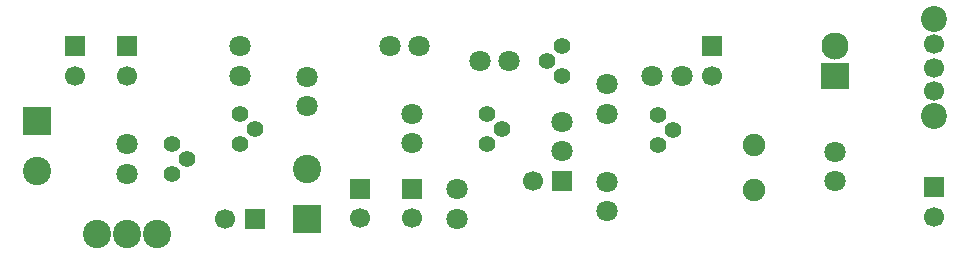
<source format=gbs>
G04 #@! TF.FileFunction,Soldermask,Bot*
%FSLAX46Y46*%
G04 Gerber Fmt 4.6, Leading zero omitted, Abs format (unit mm)*
G04 Created by KiCad (PCBNEW (2015-08-16 BZR 6097, Git b384c94)-product) date 11/15/2015 1:40:50 AM*
%MOMM*%
G01*
G04 APERTURE LIST*
%ADD10C,0.100000*%
%ADD11R,1.700000X1.700000*%
%ADD12C,1.700000*%
%ADD13R,2.400000X2.300000*%
%ADD14C,2.300000*%
%ADD15C,1.800000*%
%ADD16C,2.398980*%
%ADD17C,2.200000*%
%ADD18C,1.400760*%
%ADD19C,2.400000*%
%ADD20R,2.400000X2.400000*%
%ADD21C,1.901140*%
G04 APERTURE END LIST*
D10*
D11*
X169926000Y-86868000D03*
D12*
X169926000Y-89368000D03*
D11*
X101600000Y-74930000D03*
D12*
X101600000Y-77430000D03*
D11*
X121285000Y-86995000D03*
D12*
X121285000Y-89495000D03*
D11*
X125730000Y-86995000D03*
D12*
X125730000Y-89495000D03*
D11*
X138430000Y-86360000D03*
D12*
X135930000Y-86360000D03*
D13*
X161544000Y-77470000D03*
D14*
X161544000Y-74930000D03*
D11*
X97155000Y-74930000D03*
D12*
X97155000Y-77430000D03*
D11*
X112395000Y-89535000D03*
D12*
X109895000Y-89535000D03*
D15*
X111125000Y-77429360D03*
X111125000Y-74930000D03*
X116840000Y-77510640D03*
X116840000Y-80010000D03*
X125730000Y-83144360D03*
X125730000Y-80645000D03*
X126324360Y-74930000D03*
X123825000Y-74930000D03*
X129540000Y-87035640D03*
X129540000Y-89535000D03*
X133944360Y-76200000D03*
X131445000Y-76200000D03*
X138430000Y-81320640D03*
X138430000Y-83820000D03*
X142240000Y-86400640D03*
X142240000Y-88900000D03*
X142240000Y-78145640D03*
X142240000Y-80645000D03*
X161544000Y-83860640D03*
X161544000Y-86360000D03*
X101600000Y-83225640D03*
X101600000Y-85725000D03*
D16*
X101600000Y-90805000D03*
X99060000Y-90805000D03*
X104140000Y-90805000D03*
D11*
X151130000Y-74930000D03*
D12*
X151130000Y-77430000D03*
X169926000Y-78744000D03*
X169926000Y-74744000D03*
D17*
X169926000Y-80844000D03*
X169926000Y-72644000D03*
D12*
X169926000Y-76744000D03*
D18*
X106680000Y-84455000D03*
X105410000Y-85725000D03*
X105410000Y-83185000D03*
X112395000Y-81915000D03*
X111125000Y-83185000D03*
X111125000Y-80645000D03*
X133350000Y-81915000D03*
X132080000Y-83185000D03*
X132080000Y-80645000D03*
X137160000Y-76200000D03*
X138430000Y-74930000D03*
X138430000Y-77470000D03*
X147828000Y-82042000D03*
X146558000Y-83312000D03*
X146558000Y-80772000D03*
D19*
X93980000Y-85530000D03*
D20*
X93980000Y-81280000D03*
D19*
X116840000Y-85285000D03*
D20*
X116840000Y-89535000D03*
D21*
X154686000Y-87122000D03*
X154686000Y-83312000D03*
D15*
X148549360Y-77470000D03*
X146050000Y-77470000D03*
M02*

</source>
